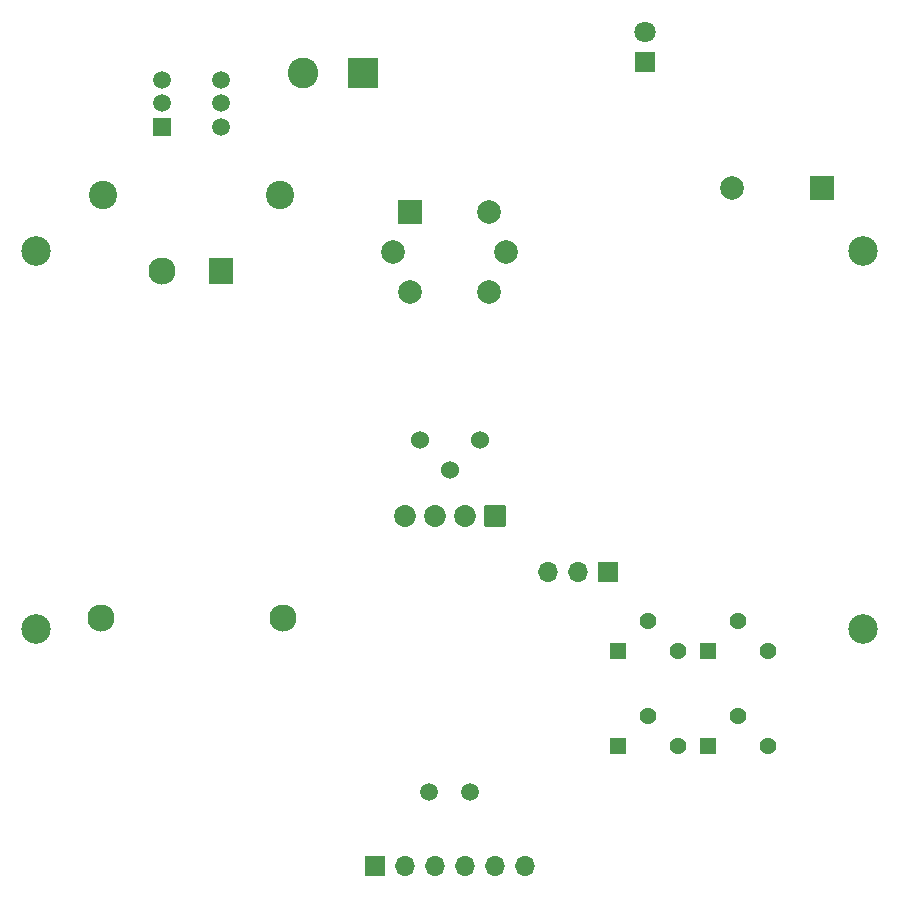
<source format=gbs>
G04 #@! TF.GenerationSoftware,KiCad,Pcbnew,7.0.8*
G04 #@! TF.CreationDate,2024-06-27T14:34:40-03:00*
G04 #@! TF.ProjectId,sensor_module,73656e73-6f72-45f6-9d6f-64756c652e6b,1.0*
G04 #@! TF.SameCoordinates,Original*
G04 #@! TF.FileFunction,Soldermask,Bot*
G04 #@! TF.FilePolarity,Negative*
%FSLAX46Y46*%
G04 Gerber Fmt 4.6, Leading zero omitted, Abs format (unit mm)*
G04 Created by KiCad (PCBNEW 7.0.8) date 2024-06-27 14:34:40*
%MOMM*%
%LPD*%
G01*
G04 APERTURE LIST*
G04 Aperture macros list*
%AMRoundRect*
0 Rectangle with rounded corners*
0 $1 Rounding radius*
0 $2 $3 $4 $5 $6 $7 $8 $9 X,Y pos of 4 corners*
0 Add a 4 corners polygon primitive as box body*
4,1,4,$2,$3,$4,$5,$6,$7,$8,$9,$2,$3,0*
0 Add four circle primitives for the rounded corners*
1,1,$1+$1,$2,$3*
1,1,$1+$1,$4,$5*
1,1,$1+$1,$6,$7*
1,1,$1+$1,$8,$9*
0 Add four rect primitives between the rounded corners*
20,1,$1+$1,$2,$3,$4,$5,0*
20,1,$1+$1,$4,$5,$6,$7,0*
20,1,$1+$1,$6,$7,$8,$9,0*
20,1,$1+$1,$8,$9,$2,$3,0*%
G04 Aperture macros list end*
%ADD10C,1.500000*%
%ADD11C,2.500000*%
%ADD12RoundRect,0.102000X-0.611000X-0.611000X0.611000X-0.611000X0.611000X0.611000X-0.611000X0.611000X0*%
%ADD13C,1.426000*%
%ADD14R,2.000000X2.000000*%
%ADD15C,2.000000*%
%ADD16R,2.000000X2.300000*%
%ADD17C,2.300000*%
%ADD18R,1.700000X1.700000*%
%ADD19O,1.700000X1.700000*%
%ADD20R,2.600000X2.600000*%
%ADD21C,2.600000*%
%ADD22R,1.800000X1.800000*%
%ADD23C,1.800000*%
%ADD24C,1.524800*%
%ADD25RoundRect,0.102000X-0.825500X0.825500X-0.825500X-0.825500X0.825500X-0.825500X0.825500X0.825500X0*%
%ADD26C,1.855000*%
%ADD27C,2.400000*%
%ADD28R,1.500000X1.500000*%
G04 APERTURE END LIST*
D10*
X151560000Y-138303000D03*
X148160000Y-138303000D03*
D11*
X114860000Y-92458000D03*
D12*
X171704000Y-126365001D03*
D13*
X174244000Y-123825001D03*
X176784000Y-126365001D03*
D14*
X146500000Y-89223000D03*
D15*
X145110000Y-92583000D03*
X146500000Y-95943000D03*
X153220000Y-95943000D03*
X154610000Y-92583000D03*
X153220000Y-89223000D03*
D14*
X181356000Y-87122000D03*
D15*
X173756000Y-87122000D03*
D16*
X130516000Y-94149500D03*
D17*
X125516000Y-94149500D03*
X135716000Y-123549500D03*
X120316000Y-123549500D03*
D18*
X163307000Y-119659000D03*
D19*
X160767000Y-119659000D03*
X158227000Y-119659000D03*
D12*
X164084000Y-134366000D03*
D13*
X166624000Y-131826000D03*
X169164000Y-134366000D03*
D12*
X171704000Y-134366000D03*
D13*
X174244000Y-131826000D03*
X176784000Y-134366000D03*
D20*
X142494000Y-77419000D03*
D21*
X137414000Y-77419000D03*
D11*
X114860000Y-124458000D03*
D22*
X166370000Y-76454000D03*
D23*
X166370000Y-73914000D03*
D12*
X164084000Y-126365000D03*
D13*
X166624000Y-123825000D03*
X169164000Y-126365000D03*
D24*
X147320000Y-108458000D03*
X149860000Y-110998000D03*
X152400000Y-108458000D03*
D11*
X184860000Y-124458000D03*
D25*
X153670000Y-114964000D03*
D26*
X151130000Y-114964000D03*
X148590000Y-114964000D03*
X146050000Y-114964000D03*
D11*
X184860000Y-92458000D03*
D27*
X135516000Y-87757000D03*
X120516000Y-87757000D03*
D18*
X143510000Y-144526000D03*
D19*
X146050000Y-144526000D03*
X148590000Y-144526000D03*
X151130000Y-144526000D03*
X153670000Y-144526000D03*
X156210000Y-144526000D03*
D28*
X125516000Y-81978001D03*
D10*
X125516000Y-79978001D03*
X125516000Y-77978001D03*
X130516000Y-81978001D03*
X130516000Y-79978001D03*
X130516000Y-77978001D03*
M02*

</source>
